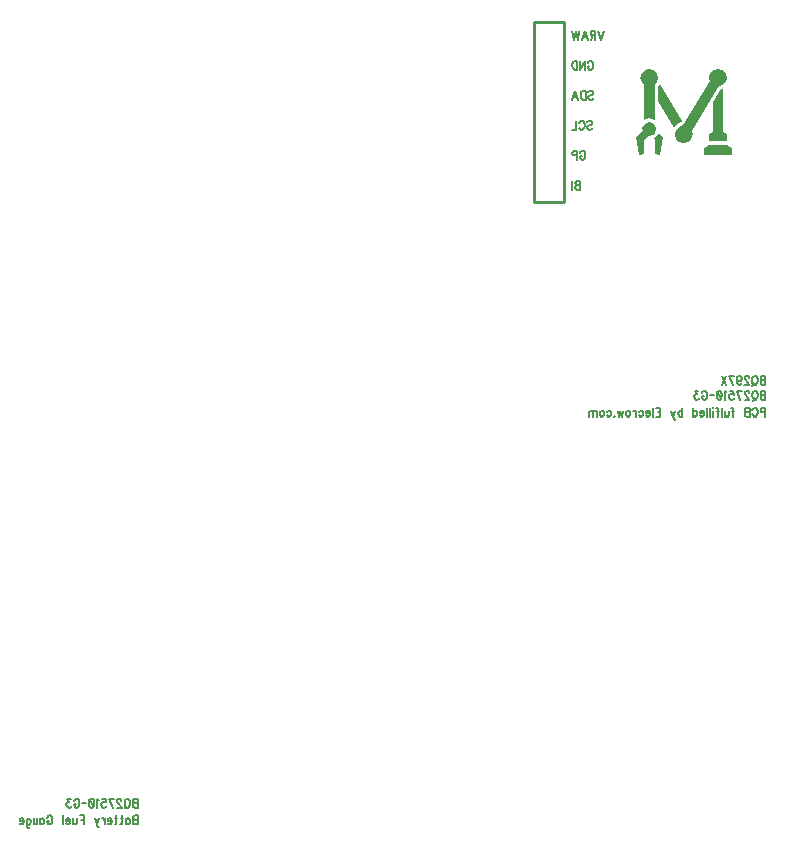
<source format=gbo>
G04 DipTrace 3.0.0.1*
G04 battery-fuel_gauge_V2.GBO*
%MOIN*%
G04 #@! TF.FileFunction,Legend,Bot*
G04 #@! TF.Part,Single*
%ADD10C,0.009843*%
%ADD57C,0.006*%
%FSLAX26Y26*%
G04*
G70*
G90*
G75*
G01*
G04 BotSilk*
%LPD*%
X518703Y1768674D2*
D10*
X418701D1*
Y1168728D1*
X518703D1*
Y1768674D1*
G36*
X1078701Y1325701D2*
Y1349701D1*
X1061701Y1359701D1*
X1004701D1*
X987701Y1349701D1*
Y1325701D1*
D1*
X1078701D1*
G37*
G36*
X1061701Y1371701D2*
Y1393701D1*
X1050701Y1400701D1*
Y1546701D1*
X1042701Y1544701D1*
X1015701Y1501701D1*
Y1400701D1*
X1004701Y1393701D1*
Y1371701D1*
X1061701D1*
G37*
G36*
X1035701Y1553701D2*
X1047701Y1557701D1*
X1058701Y1567701D1*
X1062701Y1582701D1*
X1058701Y1597701D1*
X1047701Y1608701D1*
X1033701Y1612701D1*
X1018701Y1608701D1*
X1007701Y1597701D1*
X1003701Y1582701D1*
X1006701Y1571701D1*
X915701Y1423701D1*
X903701Y1419701D1*
X892701Y1408701D1*
X888701Y1393701D1*
X892701Y1379701D1*
X903701Y1368701D1*
X918701Y1364701D1*
X933701Y1368701D1*
X944701Y1379701D1*
X948701Y1394701D1*
X945701Y1406701D1*
X1035701Y1553701D1*
G37*
G36*
X912701Y1438701D2*
X909701Y1433701D1*
X896701Y1429701D1*
X885701Y1416701D1*
X832701Y1504701D1*
Y1555701D1*
X838701Y1560701D1*
D1*
X912701Y1438701D1*
G37*
G36*
X821701Y1559701D2*
X829701Y1567701D1*
X834701Y1582701D1*
X830701Y1597701D1*
X819701Y1608701D1*
X804701Y1612701D1*
X789701Y1608701D1*
X778701Y1597701D1*
X774701Y1582701D1*
X778701Y1568701D1*
X787701Y1559701D1*
Y1442701D1*
X804701Y1447701D1*
X821701Y1442701D1*
Y1559701D1*
G37*
G36*
X835701Y1399701D2*
X834701Y1394701D1*
X822701Y1381701D1*
X818701Y1380701D1*
X821701Y1377701D1*
Y1328701D1*
X838701Y1325701D1*
X850701Y1385701D1*
X835701Y1399701D1*
G37*
G36*
X824701Y1423701D2*
X827701Y1411701D1*
X824701Y1399701D1*
X815701Y1390701D1*
X804701Y1387701D1*
X798701Y1389701D1*
X786701Y1376701D1*
X787701Y1328701D1*
X769701Y1325701D1*
X758701Y1385701D1*
X781701Y1408701D1*
X780701Y1412701D1*
X783701Y1422701D1*
X792701Y1431701D1*
X804701Y1434701D1*
X816701Y1431701D1*
X824701Y1423701D1*
G37*
X598867Y1632268D2*
D57*
X600008Y1635120D1*
X602316Y1638005D1*
X604597Y1639431D1*
X609187D1*
X611495Y1638005D1*
X613776Y1635120D1*
X614944Y1632268D1*
X616085Y1627957D1*
Y1620761D1*
X614944Y1616483D1*
X613776Y1613598D1*
X611495Y1610746D1*
X609187Y1609287D1*
X604597D1*
X602316Y1610746D1*
X600008Y1613598D1*
X598867Y1616483D1*
Y1620761D1*
X604597D1*
X573190Y1639431D2*
Y1609287D1*
X589267Y1639431D1*
Y1609287D1*
X563590Y1639431D2*
Y1609287D1*
X555552D1*
X552103Y1610746D1*
X549795Y1613598D1*
X548654Y1616483D1*
X547513Y1620761D1*
Y1627957D1*
X548654Y1632268D1*
X549795Y1635120D1*
X552103Y1638005D1*
X555552Y1639431D1*
X563590D1*
X601175Y1535123D2*
X603457Y1538008D1*
X606905Y1539434D1*
X611495D1*
X614944Y1538008D1*
X617252Y1535123D1*
Y1532271D1*
X616085Y1529386D1*
X614944Y1527960D1*
X612662Y1526534D1*
X605765Y1523649D1*
X603457Y1522223D1*
X602316Y1520763D1*
X601175Y1517912D1*
Y1513601D1*
X603457Y1510749D1*
X606905Y1509290D1*
X611495D1*
X614944Y1510749D1*
X617252Y1513601D1*
X591575Y1539434D2*
Y1509290D1*
X583537D1*
X580088Y1510749D1*
X577780Y1513601D1*
X576639Y1516486D1*
X575498Y1520763D1*
Y1527960D1*
X576639Y1532271D1*
X577780Y1535123D1*
X580088Y1538008D1*
X583537Y1539434D1*
X591575D1*
X547513Y1509290D2*
X556719Y1539434D1*
X565898Y1509290D1*
X562449Y1519338D2*
X550962D1*
X597700Y1435123D2*
X599981Y1438008D1*
X603430Y1439434D1*
X608020D1*
X611468Y1438008D1*
X613776Y1435123D1*
Y1432271D1*
X612609Y1429386D1*
X611468Y1427960D1*
X609187Y1426534D1*
X602289Y1423649D1*
X599981Y1422223D1*
X598840Y1420763D1*
X597700Y1417912D1*
Y1413601D1*
X599981Y1410749D1*
X603430Y1409290D1*
X608020D1*
X611468Y1410749D1*
X613776Y1413601D1*
X570882Y1432271D2*
X572023Y1435123D1*
X574331Y1438008D1*
X576612Y1439434D1*
X581202D1*
X583510Y1438008D1*
X585792Y1435123D1*
X586959Y1432271D1*
X588100Y1427960D1*
Y1420763D1*
X586959Y1416486D1*
X585792Y1413601D1*
X583510Y1410749D1*
X581202Y1409290D1*
X576612D1*
X574331Y1410749D1*
X572023Y1413601D1*
X570882Y1416486D1*
X561282Y1439434D2*
Y1409290D1*
X547513D1*
X573190Y1332269D2*
X574331Y1335121D1*
X576639Y1338006D1*
X578920Y1339432D1*
X583510D1*
X585818Y1338006D1*
X588100Y1335121D1*
X589267Y1332269D1*
X590408Y1327958D1*
Y1320762D1*
X589267Y1316484D1*
X588100Y1313599D1*
X585818Y1310747D1*
X583510Y1309288D1*
X578920D1*
X576639Y1310747D1*
X574331Y1313599D1*
X573190Y1316484D1*
Y1320762D1*
X578920D1*
X563590Y1323647D2*
X553244D1*
X549821Y1325073D1*
X548654Y1326532D1*
X547513Y1329384D1*
Y1333695D1*
X548654Y1336547D1*
X549821Y1338006D1*
X553244Y1339432D1*
X563590D1*
Y1309288D1*
X573190Y1239434D2*
Y1209290D1*
X562844D1*
X559395Y1210749D1*
X558254Y1212175D1*
X557113Y1215027D1*
Y1219338D1*
X558254Y1222223D1*
X559395Y1223649D1*
X562844Y1225075D1*
X559395Y1226534D1*
X558254Y1227960D1*
X557113Y1230811D1*
Y1233697D1*
X558254Y1236548D1*
X559395Y1238008D1*
X562844Y1239434D1*
X573190D1*
Y1225075D2*
X562844D1*
X547513Y1239434D2*
Y1209290D1*
X652108Y1739434D2*
X642929Y1709290D1*
X633749Y1739434D1*
X624149Y1725075D2*
X613830D1*
X610381Y1726534D1*
X609213Y1727960D1*
X608073Y1730811D1*
Y1733697D1*
X609213Y1736548D1*
X610381Y1738008D1*
X613830Y1739434D1*
X624149D1*
Y1709290D1*
X616111Y1725075D2*
X608073Y1709290D1*
X580088D2*
X589293Y1739434D1*
X598473Y1709290D1*
X595024Y1719338D2*
X583537D1*
X570488Y1739434D2*
X564731Y1709290D1*
X559001Y1739434D1*
X553270Y1709290D1*
X547513Y1739434D1*
X-901214Y-820027D2*
Y-850171D1*
X-911561D1*
X-915010Y-848712D1*
X-916151Y-847286D1*
X-917291Y-844434D1*
Y-840123D1*
X-916151Y-837238D1*
X-915010Y-835812D1*
X-911561Y-834386D1*
X-915010Y-832927D1*
X-916151Y-831501D1*
X-917291Y-828649D1*
Y-825764D1*
X-916151Y-822912D1*
X-915010Y-821453D1*
X-911561Y-820027D1*
X-901214D1*
Y-834386D2*
X-911561D1*
X-933789Y-820027D2*
X-931507Y-821420D1*
X-929199Y-824305D1*
X-928059Y-827190D1*
X-926891Y-831501D1*
Y-838664D1*
X-928059Y-842975D1*
X-929199Y-845827D1*
X-931507Y-848712D1*
X-933789Y-850138D1*
X-938378D1*
X-940687Y-848712D1*
X-942968Y-845827D1*
X-944109Y-842975D1*
X-945276Y-838664D1*
Y-831501D1*
X-944109Y-827190D1*
X-942968Y-824305D1*
X-940687Y-821420D1*
X-938378Y-820027D1*
X-933789D1*
X-937238Y-844401D2*
X-944109Y-853023D1*
X-956043Y-827223D2*
Y-825797D1*
X-957184Y-822912D1*
X-958325Y-821486D1*
X-960633Y-820060D1*
X-965223D1*
X-967504Y-821486D1*
X-968645Y-822912D1*
X-969812Y-825797D1*
Y-828649D1*
X-968645Y-831534D1*
X-966363Y-835812D1*
X-954876Y-850171D1*
X-970953D1*
X-985143D2*
X-996630Y-820060D1*
X-980553D1*
X-1019998D2*
X-1008538D1*
X-1007397Y-832960D1*
X-1008538Y-831534D1*
X-1011987Y-830075D1*
X-1015409D1*
X-1018858Y-831534D1*
X-1021166Y-834386D1*
X-1022307Y-838697D1*
Y-841549D1*
X-1021166Y-845860D1*
X-1018858Y-848745D1*
X-1015409Y-850171D1*
X-1011987D1*
X-1008538Y-848745D1*
X-1007397Y-847286D1*
X-1006230Y-844434D1*
X-1031907Y-825797D2*
X-1034215Y-824338D1*
X-1037663Y-820060D1*
Y-850171D1*
X-1054161Y-820060D2*
X-1050712Y-821486D1*
X-1048404Y-825797D1*
X-1047263Y-832960D1*
Y-837271D1*
X-1048404Y-844434D1*
X-1050712Y-848745D1*
X-1054161Y-850171D1*
X-1056443D1*
X-1059891Y-848745D1*
X-1062173Y-844434D1*
X-1063340Y-837271D1*
Y-832960D1*
X-1062173Y-825797D1*
X-1059891Y-821486D1*
X-1056443Y-820060D1*
X-1054161D1*
X-1062173Y-825797D2*
X-1048404Y-844434D1*
X-1072940Y-835116D2*
X-1086205D1*
X-1113022Y-827190D2*
X-1111882Y-824338D1*
X-1109574Y-821453D1*
X-1107292Y-820027D1*
X-1102703D1*
X-1100394Y-821453D1*
X-1098113Y-824338D1*
X-1096946Y-827190D1*
X-1095805Y-831501D1*
Y-838697D1*
X-1096946Y-842975D1*
X-1098113Y-845860D1*
X-1100394Y-848712D1*
X-1102703Y-850171D1*
X-1107292D1*
X-1109574Y-848712D1*
X-1111882Y-845860D1*
X-1113022Y-842975D1*
Y-838697D1*
X-1107292D1*
X-1124931Y-820060D2*
X-1137532D1*
X-1130661Y-831534D1*
X-1134110D1*
X-1136391Y-832960D1*
X-1137532Y-834386D1*
X-1138699Y-838697D1*
Y-841549D1*
X-1137532Y-845860D1*
X-1135250Y-848745D1*
X-1131802Y-850171D1*
X-1128353D1*
X-1124931Y-848745D1*
X-1123790Y-847286D1*
X-1122622Y-844434D1*
X-901316Y-876276D2*
Y-906420D1*
X-911662D1*
X-915111Y-904961D1*
X-916252Y-903535D1*
X-917393Y-900683D1*
Y-896372D1*
X-916252Y-893487D1*
X-915111Y-892061D1*
X-911662Y-890635D1*
X-915111Y-889176D1*
X-916252Y-887750D1*
X-917393Y-884898D1*
Y-882013D1*
X-916252Y-879162D1*
X-915111Y-877702D1*
X-911662Y-876276D1*
X-901316D1*
Y-890635D2*
X-911662D1*
X-940761Y-886324D2*
Y-906420D1*
Y-890635D2*
X-938480Y-887750D1*
X-936172Y-886324D1*
X-932749D1*
X-930441Y-887750D1*
X-928160Y-890635D1*
X-926993Y-894946D1*
Y-897798D1*
X-928160Y-902109D1*
X-930441Y-904961D1*
X-932749Y-906420D1*
X-936172D1*
X-938480Y-904961D1*
X-940761Y-902109D1*
X-953810Y-876276D2*
Y-900683D1*
X-954951Y-904961D1*
X-957259Y-906420D1*
X-959540D1*
X-950361Y-886324D2*
X-958400D1*
X-972589Y-876276D2*
Y-900683D1*
X-973730Y-904961D1*
X-976038Y-906420D1*
X-978320D1*
X-969140Y-886324D2*
X-977179D1*
X-987920Y-894946D2*
X-1001688D1*
Y-892061D1*
X-1000548Y-889176D1*
X-999407Y-887750D1*
X-997099Y-886324D1*
X-993650D1*
X-991368Y-887750D1*
X-989060Y-890635D1*
X-987920Y-894946D1*
Y-897798D1*
X-989060Y-902109D1*
X-991368Y-904961D1*
X-993650Y-906420D1*
X-997099D1*
X-999407Y-904961D1*
X-1001688Y-902109D1*
X-1011288Y-886324D2*
Y-906420D1*
Y-894946D2*
X-1012456Y-890635D1*
X-1014737Y-887750D1*
X-1017045Y-886324D1*
X-1020494D1*
X-1031261D2*
X-1038132Y-906420D1*
X-1035851Y-912157D1*
X-1033543Y-915042D1*
X-1031261Y-916468D1*
X-1030094D1*
X-1045030Y-886324D2*
X-1038132Y-906420D1*
X-1095084Y-876276D2*
X-1080148D1*
Y-906420D1*
Y-890635D2*
X-1089327D1*
X-1104684Y-886324D2*
Y-900683D1*
X-1105825Y-904961D1*
X-1108133Y-906420D1*
X-1111581D1*
X-1113863Y-904961D1*
X-1117312Y-900683D1*
Y-886324D2*
Y-906420D1*
X-1126912Y-894946D2*
X-1140681D1*
Y-892061D1*
X-1139540Y-889176D1*
X-1138399Y-887750D1*
X-1136091Y-886324D1*
X-1132642D1*
X-1130361Y-887750D1*
X-1128053Y-890635D1*
X-1126912Y-894946D1*
Y-897798D1*
X-1128053Y-902109D1*
X-1130361Y-904961D1*
X-1132642Y-906420D1*
X-1136091D1*
X-1138399Y-904961D1*
X-1140681Y-902109D1*
X-1150281Y-876276D2*
Y-906420D1*
X-1202616Y-883439D2*
X-1201475Y-880587D1*
X-1199167Y-877702D1*
X-1196885Y-876276D1*
X-1192296D1*
X-1189988Y-877702D1*
X-1187706Y-880587D1*
X-1186539Y-883439D1*
X-1185398Y-887750D1*
Y-894946D1*
X-1186539Y-899224D1*
X-1187706Y-902109D1*
X-1189988Y-904961D1*
X-1192296Y-906420D1*
X-1196885D1*
X-1199167Y-904961D1*
X-1201475Y-902109D1*
X-1202616Y-899224D1*
Y-894946D1*
X-1196885D1*
X-1225984Y-886324D2*
Y-906420D1*
Y-890635D2*
X-1223703Y-887750D1*
X-1221395Y-886324D1*
X-1217973D1*
X-1215665Y-887750D1*
X-1213383Y-890635D1*
X-1212216Y-894946D1*
Y-897798D1*
X-1213383Y-902109D1*
X-1215665Y-904961D1*
X-1217973Y-906420D1*
X-1221395D1*
X-1223703Y-904961D1*
X-1225984Y-902109D1*
X-1235584Y-886324D2*
Y-900683D1*
X-1236725Y-904961D1*
X-1239033Y-906420D1*
X-1242482D1*
X-1244764Y-904961D1*
X-1248212Y-900683D1*
Y-886324D2*
Y-906420D1*
X-1271581Y-887750D2*
Y-910731D1*
X-1270440Y-915009D1*
X-1269300Y-916468D1*
X-1266992Y-917894D1*
X-1263543D1*
X-1261261Y-916468D1*
X-1271581Y-892061D2*
X-1269300Y-889210D1*
X-1266992Y-887750D1*
X-1263543D1*
X-1261261Y-889210D1*
X-1258953Y-892061D1*
X-1257812Y-896372D1*
Y-899258D1*
X-1258953Y-903535D1*
X-1261261Y-906420D1*
X-1263543Y-907846D1*
X-1266992D1*
X-1269300Y-906420D1*
X-1271581Y-903535D1*
X-1281181Y-894946D2*
X-1294950D1*
Y-892061D1*
X-1293809Y-889176D1*
X-1292668Y-887750D1*
X-1290360Y-886324D1*
X-1286912D1*
X-1284630Y-887750D1*
X-1282322Y-890635D1*
X-1281181Y-894946D1*
Y-897798D1*
X-1282322Y-902109D1*
X-1284630Y-904961D1*
X-1286912Y-906420D1*
X-1290360D1*
X-1292668Y-904961D1*
X-1294950Y-902109D1*
X1190891Y589434D2*
Y559290D1*
X1180544D1*
X1177096Y560749D1*
X1175955Y562175D1*
X1174814Y565027D1*
Y569338D1*
X1175955Y572223D1*
X1177096Y573649D1*
X1180544Y575075D1*
X1177096Y576534D1*
X1175955Y577960D1*
X1174814Y580811D1*
Y583697D1*
X1175955Y586548D1*
X1177096Y588008D1*
X1180544Y589434D1*
X1190891D1*
Y575075D2*
X1180544D1*
X1158316Y589434D2*
X1160598Y588041D1*
X1162906Y585156D1*
X1164047Y582271D1*
X1165214Y577960D1*
Y570797D1*
X1164047Y566486D1*
X1162906Y563634D1*
X1160598Y560749D1*
X1158316Y559323D1*
X1153727D1*
X1151419Y560749D1*
X1149137Y563634D1*
X1147996Y566486D1*
X1146829Y570797D1*
Y577960D1*
X1147996Y582271D1*
X1149137Y585156D1*
X1151419Y588041D1*
X1153727Y589434D1*
X1158316D1*
X1154868Y565060D2*
X1147996Y556438D1*
X1136062Y582237D2*
Y583663D1*
X1134921Y586548D1*
X1133780Y587974D1*
X1131472Y589400D1*
X1126883D1*
X1124601Y587974D1*
X1123460Y586548D1*
X1122293Y583663D1*
Y580811D1*
X1123460Y577926D1*
X1125742Y573649D1*
X1137229Y559290D1*
X1121152D1*
X1096616Y579386D2*
X1097784Y575075D1*
X1100065Y572189D1*
X1103514Y570763D1*
X1104655D1*
X1108104Y572189D1*
X1110385Y575075D1*
X1111552Y579386D1*
Y580811D1*
X1110385Y585123D1*
X1108104Y587974D1*
X1104655Y589400D1*
X1103514D1*
X1100065Y587974D1*
X1097784Y585123D1*
X1096616Y579386D1*
Y572189D1*
X1097784Y565027D1*
X1100065Y560715D1*
X1103514Y559290D1*
X1105795D1*
X1109244Y560715D1*
X1110385Y563601D1*
X1082427Y559290D2*
X1070939Y589400D1*
X1087016D1*
X1061339Y589434D2*
X1045263Y559290D1*
Y589434D2*
X1061339Y559290D1*
X1191247Y539435D2*
Y509291D1*
X1180901D1*
X1177452Y510750D1*
X1176311Y512176D1*
X1175171Y515028D1*
Y519339D1*
X1176311Y522224D1*
X1177452Y523650D1*
X1180901Y525076D1*
X1177452Y526535D1*
X1176311Y527961D1*
X1175171Y530813D1*
Y533698D1*
X1176311Y536550D1*
X1177452Y538009D1*
X1180901Y539435D1*
X1191247D1*
Y525076D2*
X1180901D1*
X1158673Y539435D2*
X1160955Y538042D1*
X1163263Y535157D1*
X1164403Y532272D1*
X1165571Y527961D1*
Y520798D1*
X1164403Y516487D1*
X1163263Y513635D1*
X1160955Y510750D1*
X1158673Y509324D1*
X1154083D1*
X1151775Y510750D1*
X1149494Y513635D1*
X1148353Y516487D1*
X1147186Y520798D1*
Y527961D1*
X1148353Y532272D1*
X1149494Y535157D1*
X1151775Y538042D1*
X1154083Y539435D1*
X1158673D1*
X1155224Y515061D2*
X1148353Y506439D1*
X1136419Y532239D2*
Y533665D1*
X1135278Y536550D1*
X1134137Y537976D1*
X1131829Y539402D1*
X1127239D1*
X1124958Y537976D1*
X1123817Y536550D1*
X1122650Y533665D1*
Y530813D1*
X1123817Y527928D1*
X1126099Y523650D1*
X1137586Y509291D1*
X1121509D1*
X1107319D2*
X1095832Y539402D1*
X1111909D1*
X1072463D2*
X1083924D1*
X1085065Y526502D1*
X1083924Y527928D1*
X1080475Y529387D1*
X1077053D1*
X1073604Y527928D1*
X1071296Y525076D1*
X1070155Y520765D1*
Y517913D1*
X1071296Y513602D1*
X1073604Y510717D1*
X1077053Y509291D1*
X1080475D1*
X1083924Y510717D1*
X1085065Y512176D1*
X1086232Y515028D1*
X1060555Y533665D2*
X1058247Y535124D1*
X1054799Y539402D1*
Y509291D1*
X1038301Y539402D2*
X1041750Y537976D1*
X1044058Y533665D1*
X1045199Y526502D1*
Y522191D1*
X1044058Y515028D1*
X1041750Y510717D1*
X1038301Y509291D1*
X1036019D1*
X1032571Y510717D1*
X1030289Y515028D1*
X1029122Y522191D1*
Y526502D1*
X1030289Y533665D1*
X1032571Y537976D1*
X1036019Y539402D1*
X1038301D1*
X1030289Y533665D2*
X1044058Y515028D1*
X1019522Y524346D2*
X1006257D1*
X979439Y532272D2*
X980580Y535124D1*
X982888Y538009D1*
X985170Y539435D1*
X989759D1*
X992067Y538009D1*
X994349Y535124D1*
X995516Y532272D1*
X996657Y527961D1*
Y520765D1*
X995516Y516487D1*
X994349Y513602D1*
X992067Y510750D1*
X989759Y509291D1*
X985170D1*
X982888Y510750D1*
X980580Y513602D1*
X979439Y516487D1*
Y520765D1*
X985170D1*
X967531Y539402D2*
X954930D1*
X961801Y527928D1*
X958352D1*
X956071Y526502D1*
X954930Y525076D1*
X953763Y520765D1*
Y517913D1*
X954930Y513602D1*
X957211Y510717D1*
X960660Y509291D1*
X964109D1*
X967531Y510717D1*
X968672Y512176D1*
X969839Y515028D1*
X1190920Y467401D2*
X1180574D1*
X1177151Y468826D1*
X1175984Y470286D1*
X1174843Y473138D1*
Y477449D1*
X1175984Y480300D1*
X1177151Y481760D1*
X1180574Y483186D1*
X1190920D1*
Y453042D1*
X1148026Y476023D2*
X1149167Y478874D1*
X1151475Y481760D1*
X1153756Y483186D1*
X1158346D1*
X1160654Y481760D1*
X1162935Y478874D1*
X1164103Y476023D1*
X1165243Y471712D1*
Y464515D1*
X1164103Y460238D1*
X1162935Y457353D1*
X1160654Y454501D1*
X1158346Y453042D1*
X1153756D1*
X1151475Y454501D1*
X1149167Y457353D1*
X1148026Y460238D1*
X1138426Y483186D2*
Y453042D1*
X1128079D1*
X1124630Y454501D1*
X1123490Y455927D1*
X1122349Y458778D1*
Y463090D1*
X1123490Y465975D1*
X1124630Y467401D1*
X1128079Y468826D1*
X1124630Y470286D1*
X1123490Y471712D1*
X1122349Y474563D1*
Y477449D1*
X1123490Y480300D1*
X1124630Y481760D1*
X1128079Y483186D1*
X1138426D1*
Y468826D2*
X1128079D1*
X1078052Y483186D2*
X1080334D1*
X1082642Y481760D1*
X1083783Y477449D1*
Y453042D1*
X1087231Y473138D2*
X1079193D1*
X1068452D2*
Y458778D1*
X1067311Y454501D1*
X1065003Y453042D1*
X1061555D1*
X1059273Y454501D1*
X1055824Y458778D1*
Y473138D2*
Y453042D1*
X1046224Y483186D2*
Y453042D1*
X1027445Y483186D2*
X1029727D1*
X1032035Y481760D1*
X1033175Y477449D1*
Y453042D1*
X1036624Y473138D2*
X1028586D1*
X1017845Y483186D2*
X1016704Y481760D1*
X1015537Y483186D1*
X1016704Y484645D1*
X1017845Y483186D1*
X1016704Y473138D2*
Y453042D1*
X1005937Y483186D2*
Y453042D1*
X996337Y483186D2*
Y453042D1*
X986737Y464515D2*
X972968D1*
Y467401D1*
X974109Y470286D1*
X975250Y471712D1*
X977558Y473138D1*
X981007D1*
X983288Y471712D1*
X985596Y468826D1*
X986737Y464515D1*
Y461664D1*
X985596Y457353D1*
X983288Y454501D1*
X981007Y453042D1*
X977558D1*
X975250Y454501D1*
X972968Y457353D1*
X949599Y483186D2*
Y453042D1*
Y468826D2*
X951881Y471712D1*
X954189Y473138D1*
X957638D1*
X959919Y471712D1*
X962227Y468826D1*
X963368Y464515D1*
Y461664D1*
X962227Y457353D1*
X959919Y454501D1*
X957638Y453042D1*
X954189D1*
X951881Y454501D1*
X949599Y457353D1*
X914482Y483186D2*
Y453042D1*
Y468826D2*
X912174Y471712D1*
X909892Y473138D1*
X906443D1*
X904162Y471712D1*
X901854Y468826D1*
X900713Y464515D1*
Y461664D1*
X901854Y457353D1*
X904162Y454501D1*
X906443Y453042D1*
X909892D1*
X912174Y454501D1*
X914482Y457353D1*
X889946Y473138D2*
X883075Y453042D1*
X885356Y447305D1*
X887664Y444419D1*
X889946Y442993D1*
X891113D1*
X876177Y473138D2*
X883075Y453042D1*
X826150Y483186D2*
X841059D1*
Y453042D1*
X826150D1*
X841059Y468826D2*
X831880D1*
X816550Y483186D2*
Y453042D1*
X806950Y464515D2*
X793181D1*
Y467401D1*
X794322Y470286D1*
X795463Y471712D1*
X797771Y473138D1*
X801220D1*
X803501Y471712D1*
X805809Y468826D1*
X806950Y464515D1*
Y461664D1*
X805809Y457353D1*
X803501Y454501D1*
X801220Y453042D1*
X797771D1*
X795463Y454501D1*
X793181Y457353D1*
X769786Y468826D2*
X772094Y471712D1*
X774402Y473138D1*
X777824D1*
X780132Y471712D1*
X782414Y468826D1*
X783581Y464515D1*
Y461664D1*
X782414Y457353D1*
X780132Y454501D1*
X777824Y453042D1*
X774402D1*
X772094Y454501D1*
X769786Y457353D1*
X760186Y473138D2*
Y453042D1*
Y464515D2*
X759019Y468826D1*
X756737Y471712D1*
X754429Y473138D1*
X750980D1*
X735650D2*
X737931Y471712D1*
X740239Y468826D1*
X741380Y464515D1*
Y461664D1*
X740239Y457353D1*
X737931Y454501D1*
X735650Y453042D1*
X732201D1*
X729893Y454501D1*
X727611Y457353D1*
X726444Y461664D1*
Y464515D1*
X727611Y468826D1*
X729893Y471712D1*
X732201Y473138D1*
X735650D1*
X716844D2*
X712255Y453042D1*
X707665Y473138D1*
X703075Y453042D1*
X698486Y473138D1*
X687745Y455927D2*
X688886Y454467D1*
X687745Y453042D1*
X686578Y454467D1*
X687745Y455927D1*
X663183Y468826D2*
X665491Y471712D1*
X667799Y473138D1*
X671221D1*
X673529Y471712D1*
X675811Y468826D1*
X676978Y464515D1*
Y461664D1*
X675811Y457353D1*
X673529Y454501D1*
X671221Y453042D1*
X667799D1*
X665491Y454501D1*
X663183Y457353D1*
X647852Y473138D2*
X650134Y471712D1*
X652442Y468826D1*
X653583Y464515D1*
Y461664D1*
X652442Y457353D1*
X650134Y454501D1*
X647852Y453042D1*
X644403D1*
X642095Y454501D1*
X639814Y457353D1*
X638646Y461664D1*
Y464515D1*
X639814Y468826D1*
X642095Y471712D1*
X644403Y473138D1*
X647852D1*
X629046D2*
Y453042D1*
Y467401D2*
X625598Y471712D1*
X623290Y473138D1*
X619867D1*
X617559Y471712D1*
X616419Y467401D1*
Y453042D1*
Y467401D2*
X612970Y471712D1*
X610662Y473138D1*
X607239D1*
X604931Y471712D1*
X603764Y467401D1*
Y453042D1*
M02*

</source>
